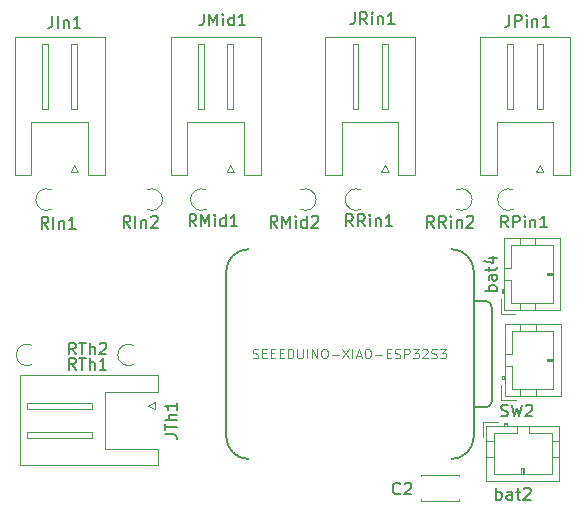
<source format=gbr>
%TF.GenerationSoftware,KiCad,Pcbnew,9.0.2*%
%TF.CreationDate,2025-08-29T09:25:12+10:00*%
%TF.ProjectId,fsr_right,6673725f-7269-4676-9874-2e6b69636164,rev?*%
%TF.SameCoordinates,Original*%
%TF.FileFunction,Legend,Top*%
%TF.FilePolarity,Positive*%
%FSLAX46Y46*%
G04 Gerber Fmt 4.6, Leading zero omitted, Abs format (unit mm)*
G04 Created by KiCad (PCBNEW 9.0.2) date 2025-08-29 09:25:12*
%MOMM*%
%LPD*%
G01*
G04 APERTURE LIST*
%ADD10C,0.150000*%
%ADD11C,0.101600*%
%ADD12C,0.120000*%
%ADD13C,0.127000*%
%ADD14C,0.100000*%
G04 APERTURE END LIST*
D10*
X155604762Y-61854819D02*
X155604762Y-62569104D01*
X155604762Y-62569104D02*
X155557143Y-62711961D01*
X155557143Y-62711961D02*
X155461905Y-62807200D01*
X155461905Y-62807200D02*
X155319048Y-62854819D01*
X155319048Y-62854819D02*
X155223810Y-62854819D01*
X156080953Y-62854819D02*
X156080953Y-61854819D01*
X156080953Y-61854819D02*
X156414286Y-62569104D01*
X156414286Y-62569104D02*
X156747619Y-61854819D01*
X156747619Y-61854819D02*
X156747619Y-62854819D01*
X157223810Y-62854819D02*
X157223810Y-62188152D01*
X157223810Y-61854819D02*
X157176191Y-61902438D01*
X157176191Y-61902438D02*
X157223810Y-61950057D01*
X157223810Y-61950057D02*
X157271429Y-61902438D01*
X157271429Y-61902438D02*
X157223810Y-61854819D01*
X157223810Y-61854819D02*
X157223810Y-61950057D01*
X158128571Y-62854819D02*
X158128571Y-61854819D01*
X158128571Y-62807200D02*
X158033333Y-62854819D01*
X158033333Y-62854819D02*
X157842857Y-62854819D01*
X157842857Y-62854819D02*
X157747619Y-62807200D01*
X157747619Y-62807200D02*
X157700000Y-62759580D01*
X157700000Y-62759580D02*
X157652381Y-62664342D01*
X157652381Y-62664342D02*
X157652381Y-62378628D01*
X157652381Y-62378628D02*
X157700000Y-62283390D01*
X157700000Y-62283390D02*
X157747619Y-62235771D01*
X157747619Y-62235771D02*
X157842857Y-62188152D01*
X157842857Y-62188152D02*
X158033333Y-62188152D01*
X158033333Y-62188152D02*
X158128571Y-62235771D01*
X159128571Y-62854819D02*
X158557143Y-62854819D01*
X158842857Y-62854819D02*
X158842857Y-61854819D01*
X158842857Y-61854819D02*
X158747619Y-61997676D01*
X158747619Y-61997676D02*
X158652381Y-62092914D01*
X158652381Y-62092914D02*
X158557143Y-62140533D01*
X168376190Y-61754819D02*
X168376190Y-62469104D01*
X168376190Y-62469104D02*
X168328571Y-62611961D01*
X168328571Y-62611961D02*
X168233333Y-62707200D01*
X168233333Y-62707200D02*
X168090476Y-62754819D01*
X168090476Y-62754819D02*
X167995238Y-62754819D01*
X169423809Y-62754819D02*
X169090476Y-62278628D01*
X168852381Y-62754819D02*
X168852381Y-61754819D01*
X168852381Y-61754819D02*
X169233333Y-61754819D01*
X169233333Y-61754819D02*
X169328571Y-61802438D01*
X169328571Y-61802438D02*
X169376190Y-61850057D01*
X169376190Y-61850057D02*
X169423809Y-61945295D01*
X169423809Y-61945295D02*
X169423809Y-62088152D01*
X169423809Y-62088152D02*
X169376190Y-62183390D01*
X169376190Y-62183390D02*
X169328571Y-62231009D01*
X169328571Y-62231009D02*
X169233333Y-62278628D01*
X169233333Y-62278628D02*
X168852381Y-62278628D01*
X169852381Y-62754819D02*
X169852381Y-62088152D01*
X169852381Y-61754819D02*
X169804762Y-61802438D01*
X169804762Y-61802438D02*
X169852381Y-61850057D01*
X169852381Y-61850057D02*
X169900000Y-61802438D01*
X169900000Y-61802438D02*
X169852381Y-61754819D01*
X169852381Y-61754819D02*
X169852381Y-61850057D01*
X170328571Y-62088152D02*
X170328571Y-62754819D01*
X170328571Y-62183390D02*
X170376190Y-62135771D01*
X170376190Y-62135771D02*
X170471428Y-62088152D01*
X170471428Y-62088152D02*
X170614285Y-62088152D01*
X170614285Y-62088152D02*
X170709523Y-62135771D01*
X170709523Y-62135771D02*
X170757142Y-62231009D01*
X170757142Y-62231009D02*
X170757142Y-62754819D01*
X171757142Y-62754819D02*
X171185714Y-62754819D01*
X171471428Y-62754819D02*
X171471428Y-61754819D01*
X171471428Y-61754819D02*
X171376190Y-61897676D01*
X171376190Y-61897676D02*
X171280952Y-61992914D01*
X171280952Y-61992914D02*
X171185714Y-62040533D01*
X161826428Y-79974819D02*
X161493095Y-79498628D01*
X161255000Y-79974819D02*
X161255000Y-78974819D01*
X161255000Y-78974819D02*
X161635952Y-78974819D01*
X161635952Y-78974819D02*
X161731190Y-79022438D01*
X161731190Y-79022438D02*
X161778809Y-79070057D01*
X161778809Y-79070057D02*
X161826428Y-79165295D01*
X161826428Y-79165295D02*
X161826428Y-79308152D01*
X161826428Y-79308152D02*
X161778809Y-79403390D01*
X161778809Y-79403390D02*
X161731190Y-79451009D01*
X161731190Y-79451009D02*
X161635952Y-79498628D01*
X161635952Y-79498628D02*
X161255000Y-79498628D01*
X162255000Y-79974819D02*
X162255000Y-78974819D01*
X162255000Y-78974819D02*
X162588333Y-79689104D01*
X162588333Y-79689104D02*
X162921666Y-78974819D01*
X162921666Y-78974819D02*
X162921666Y-79974819D01*
X163397857Y-79974819D02*
X163397857Y-79308152D01*
X163397857Y-78974819D02*
X163350238Y-79022438D01*
X163350238Y-79022438D02*
X163397857Y-79070057D01*
X163397857Y-79070057D02*
X163445476Y-79022438D01*
X163445476Y-79022438D02*
X163397857Y-78974819D01*
X163397857Y-78974819D02*
X163397857Y-79070057D01*
X164302618Y-79974819D02*
X164302618Y-78974819D01*
X164302618Y-79927200D02*
X164207380Y-79974819D01*
X164207380Y-79974819D02*
X164016904Y-79974819D01*
X164016904Y-79974819D02*
X163921666Y-79927200D01*
X163921666Y-79927200D02*
X163874047Y-79879580D01*
X163874047Y-79879580D02*
X163826428Y-79784342D01*
X163826428Y-79784342D02*
X163826428Y-79498628D01*
X163826428Y-79498628D02*
X163874047Y-79403390D01*
X163874047Y-79403390D02*
X163921666Y-79355771D01*
X163921666Y-79355771D02*
X164016904Y-79308152D01*
X164016904Y-79308152D02*
X164207380Y-79308152D01*
X164207380Y-79308152D02*
X164302618Y-79355771D01*
X164731190Y-79070057D02*
X164778809Y-79022438D01*
X164778809Y-79022438D02*
X164874047Y-78974819D01*
X164874047Y-78974819D02*
X165112142Y-78974819D01*
X165112142Y-78974819D02*
X165207380Y-79022438D01*
X165207380Y-79022438D02*
X165254999Y-79070057D01*
X165254999Y-79070057D02*
X165302618Y-79165295D01*
X165302618Y-79165295D02*
X165302618Y-79260533D01*
X165302618Y-79260533D02*
X165254999Y-79403390D01*
X165254999Y-79403390D02*
X164683571Y-79974819D01*
X164683571Y-79974819D02*
X165302618Y-79974819D01*
D11*
X159767618Y-91006716D02*
X159881904Y-91044811D01*
X159881904Y-91044811D02*
X160072380Y-91044811D01*
X160072380Y-91044811D02*
X160148571Y-91006716D01*
X160148571Y-91006716D02*
X160186666Y-90968620D01*
X160186666Y-90968620D02*
X160224761Y-90892430D01*
X160224761Y-90892430D02*
X160224761Y-90816239D01*
X160224761Y-90816239D02*
X160186666Y-90740049D01*
X160186666Y-90740049D02*
X160148571Y-90701954D01*
X160148571Y-90701954D02*
X160072380Y-90663858D01*
X160072380Y-90663858D02*
X159919999Y-90625763D01*
X159919999Y-90625763D02*
X159843809Y-90587668D01*
X159843809Y-90587668D02*
X159805714Y-90549573D01*
X159805714Y-90549573D02*
X159767618Y-90473382D01*
X159767618Y-90473382D02*
X159767618Y-90397192D01*
X159767618Y-90397192D02*
X159805714Y-90321001D01*
X159805714Y-90321001D02*
X159843809Y-90282906D01*
X159843809Y-90282906D02*
X159919999Y-90244811D01*
X159919999Y-90244811D02*
X160110476Y-90244811D01*
X160110476Y-90244811D02*
X160224761Y-90282906D01*
X160567619Y-90625763D02*
X160834285Y-90625763D01*
X160948571Y-91044811D02*
X160567619Y-91044811D01*
X160567619Y-91044811D02*
X160567619Y-90244811D01*
X160567619Y-90244811D02*
X160948571Y-90244811D01*
X161291429Y-90625763D02*
X161558095Y-90625763D01*
X161672381Y-91044811D02*
X161291429Y-91044811D01*
X161291429Y-91044811D02*
X161291429Y-90244811D01*
X161291429Y-90244811D02*
X161672381Y-90244811D01*
X162015239Y-90625763D02*
X162281905Y-90625763D01*
X162396191Y-91044811D02*
X162015239Y-91044811D01*
X162015239Y-91044811D02*
X162015239Y-90244811D01*
X162015239Y-90244811D02*
X162396191Y-90244811D01*
X162739049Y-91044811D02*
X162739049Y-90244811D01*
X162739049Y-90244811D02*
X162929525Y-90244811D01*
X162929525Y-90244811D02*
X163043811Y-90282906D01*
X163043811Y-90282906D02*
X163120001Y-90359096D01*
X163120001Y-90359096D02*
X163158096Y-90435287D01*
X163158096Y-90435287D02*
X163196192Y-90587668D01*
X163196192Y-90587668D02*
X163196192Y-90701954D01*
X163196192Y-90701954D02*
X163158096Y-90854335D01*
X163158096Y-90854335D02*
X163120001Y-90930525D01*
X163120001Y-90930525D02*
X163043811Y-91006716D01*
X163043811Y-91006716D02*
X162929525Y-91044811D01*
X162929525Y-91044811D02*
X162739049Y-91044811D01*
X163539049Y-90244811D02*
X163539049Y-90892430D01*
X163539049Y-90892430D02*
X163577144Y-90968620D01*
X163577144Y-90968620D02*
X163615239Y-91006716D01*
X163615239Y-91006716D02*
X163691430Y-91044811D01*
X163691430Y-91044811D02*
X163843811Y-91044811D01*
X163843811Y-91044811D02*
X163920001Y-91006716D01*
X163920001Y-91006716D02*
X163958096Y-90968620D01*
X163958096Y-90968620D02*
X163996192Y-90892430D01*
X163996192Y-90892430D02*
X163996192Y-90244811D01*
X164377144Y-91044811D02*
X164377144Y-90244811D01*
X164758096Y-91044811D02*
X164758096Y-90244811D01*
X164758096Y-90244811D02*
X165215239Y-91044811D01*
X165215239Y-91044811D02*
X165215239Y-90244811D01*
X165748572Y-90244811D02*
X165900953Y-90244811D01*
X165900953Y-90244811D02*
X165977143Y-90282906D01*
X165977143Y-90282906D02*
X166053334Y-90359096D01*
X166053334Y-90359096D02*
X166091429Y-90511477D01*
X166091429Y-90511477D02*
X166091429Y-90778144D01*
X166091429Y-90778144D02*
X166053334Y-90930525D01*
X166053334Y-90930525D02*
X165977143Y-91006716D01*
X165977143Y-91006716D02*
X165900953Y-91044811D01*
X165900953Y-91044811D02*
X165748572Y-91044811D01*
X165748572Y-91044811D02*
X165672381Y-91006716D01*
X165672381Y-91006716D02*
X165596191Y-90930525D01*
X165596191Y-90930525D02*
X165558095Y-90778144D01*
X165558095Y-90778144D02*
X165558095Y-90511477D01*
X165558095Y-90511477D02*
X165596191Y-90359096D01*
X165596191Y-90359096D02*
X165672381Y-90282906D01*
X165672381Y-90282906D02*
X165748572Y-90244811D01*
X166434286Y-90740049D02*
X167043810Y-90740049D01*
X167348571Y-90244811D02*
X167881905Y-91044811D01*
X167881905Y-90244811D02*
X167348571Y-91044811D01*
X168186667Y-91044811D02*
X168186667Y-90244811D01*
X168529523Y-90816239D02*
X168910476Y-90816239D01*
X168453333Y-91044811D02*
X168720000Y-90244811D01*
X168720000Y-90244811D02*
X168986666Y-91044811D01*
X169405714Y-90244811D02*
X169558095Y-90244811D01*
X169558095Y-90244811D02*
X169634285Y-90282906D01*
X169634285Y-90282906D02*
X169710476Y-90359096D01*
X169710476Y-90359096D02*
X169748571Y-90511477D01*
X169748571Y-90511477D02*
X169748571Y-90778144D01*
X169748571Y-90778144D02*
X169710476Y-90930525D01*
X169710476Y-90930525D02*
X169634285Y-91006716D01*
X169634285Y-91006716D02*
X169558095Y-91044811D01*
X169558095Y-91044811D02*
X169405714Y-91044811D01*
X169405714Y-91044811D02*
X169329523Y-91006716D01*
X169329523Y-91006716D02*
X169253333Y-90930525D01*
X169253333Y-90930525D02*
X169215237Y-90778144D01*
X169215237Y-90778144D02*
X169215237Y-90511477D01*
X169215237Y-90511477D02*
X169253333Y-90359096D01*
X169253333Y-90359096D02*
X169329523Y-90282906D01*
X169329523Y-90282906D02*
X169405714Y-90244811D01*
X170091428Y-90740049D02*
X170700952Y-90740049D01*
X171081904Y-90625763D02*
X171348570Y-90625763D01*
X171462856Y-91044811D02*
X171081904Y-91044811D01*
X171081904Y-91044811D02*
X171081904Y-90244811D01*
X171081904Y-90244811D02*
X171462856Y-90244811D01*
X171767618Y-91006716D02*
X171881904Y-91044811D01*
X171881904Y-91044811D02*
X172072380Y-91044811D01*
X172072380Y-91044811D02*
X172148571Y-91006716D01*
X172148571Y-91006716D02*
X172186666Y-90968620D01*
X172186666Y-90968620D02*
X172224761Y-90892430D01*
X172224761Y-90892430D02*
X172224761Y-90816239D01*
X172224761Y-90816239D02*
X172186666Y-90740049D01*
X172186666Y-90740049D02*
X172148571Y-90701954D01*
X172148571Y-90701954D02*
X172072380Y-90663858D01*
X172072380Y-90663858D02*
X171919999Y-90625763D01*
X171919999Y-90625763D02*
X171843809Y-90587668D01*
X171843809Y-90587668D02*
X171805714Y-90549573D01*
X171805714Y-90549573D02*
X171767618Y-90473382D01*
X171767618Y-90473382D02*
X171767618Y-90397192D01*
X171767618Y-90397192D02*
X171805714Y-90321001D01*
X171805714Y-90321001D02*
X171843809Y-90282906D01*
X171843809Y-90282906D02*
X171919999Y-90244811D01*
X171919999Y-90244811D02*
X172110476Y-90244811D01*
X172110476Y-90244811D02*
X172224761Y-90282906D01*
X172567619Y-91044811D02*
X172567619Y-90244811D01*
X172567619Y-90244811D02*
X172872381Y-90244811D01*
X172872381Y-90244811D02*
X172948571Y-90282906D01*
X172948571Y-90282906D02*
X172986666Y-90321001D01*
X172986666Y-90321001D02*
X173024762Y-90397192D01*
X173024762Y-90397192D02*
X173024762Y-90511477D01*
X173024762Y-90511477D02*
X172986666Y-90587668D01*
X172986666Y-90587668D02*
X172948571Y-90625763D01*
X172948571Y-90625763D02*
X172872381Y-90663858D01*
X172872381Y-90663858D02*
X172567619Y-90663858D01*
X173291428Y-90244811D02*
X173786666Y-90244811D01*
X173786666Y-90244811D02*
X173520000Y-90549573D01*
X173520000Y-90549573D02*
X173634285Y-90549573D01*
X173634285Y-90549573D02*
X173710476Y-90587668D01*
X173710476Y-90587668D02*
X173748571Y-90625763D01*
X173748571Y-90625763D02*
X173786666Y-90701954D01*
X173786666Y-90701954D02*
X173786666Y-90892430D01*
X173786666Y-90892430D02*
X173748571Y-90968620D01*
X173748571Y-90968620D02*
X173710476Y-91006716D01*
X173710476Y-91006716D02*
X173634285Y-91044811D01*
X173634285Y-91044811D02*
X173405714Y-91044811D01*
X173405714Y-91044811D02*
X173329523Y-91006716D01*
X173329523Y-91006716D02*
X173291428Y-90968620D01*
X174091428Y-90321001D02*
X174129524Y-90282906D01*
X174129524Y-90282906D02*
X174205714Y-90244811D01*
X174205714Y-90244811D02*
X174396190Y-90244811D01*
X174396190Y-90244811D02*
X174472381Y-90282906D01*
X174472381Y-90282906D02*
X174510476Y-90321001D01*
X174510476Y-90321001D02*
X174548571Y-90397192D01*
X174548571Y-90397192D02*
X174548571Y-90473382D01*
X174548571Y-90473382D02*
X174510476Y-90587668D01*
X174510476Y-90587668D02*
X174053333Y-91044811D01*
X174053333Y-91044811D02*
X174548571Y-91044811D01*
X174853333Y-91006716D02*
X174967619Y-91044811D01*
X174967619Y-91044811D02*
X175158095Y-91044811D01*
X175158095Y-91044811D02*
X175234286Y-91006716D01*
X175234286Y-91006716D02*
X175272381Y-90968620D01*
X175272381Y-90968620D02*
X175310476Y-90892430D01*
X175310476Y-90892430D02*
X175310476Y-90816239D01*
X175310476Y-90816239D02*
X175272381Y-90740049D01*
X175272381Y-90740049D02*
X175234286Y-90701954D01*
X175234286Y-90701954D02*
X175158095Y-90663858D01*
X175158095Y-90663858D02*
X175005714Y-90625763D01*
X175005714Y-90625763D02*
X174929524Y-90587668D01*
X174929524Y-90587668D02*
X174891429Y-90549573D01*
X174891429Y-90549573D02*
X174853333Y-90473382D01*
X174853333Y-90473382D02*
X174853333Y-90397192D01*
X174853333Y-90397192D02*
X174891429Y-90321001D01*
X174891429Y-90321001D02*
X174929524Y-90282906D01*
X174929524Y-90282906D02*
X175005714Y-90244811D01*
X175005714Y-90244811D02*
X175196191Y-90244811D01*
X175196191Y-90244811D02*
X175310476Y-90282906D01*
X175577143Y-90244811D02*
X176072381Y-90244811D01*
X176072381Y-90244811D02*
X175805715Y-90549573D01*
X175805715Y-90549573D02*
X175920000Y-90549573D01*
X175920000Y-90549573D02*
X175996191Y-90587668D01*
X175996191Y-90587668D02*
X176034286Y-90625763D01*
X176034286Y-90625763D02*
X176072381Y-90701954D01*
X176072381Y-90701954D02*
X176072381Y-90892430D01*
X176072381Y-90892430D02*
X176034286Y-90968620D01*
X176034286Y-90968620D02*
X175996191Y-91006716D01*
X175996191Y-91006716D02*
X175920000Y-91044811D01*
X175920000Y-91044811D02*
X175691429Y-91044811D01*
X175691429Y-91044811D02*
X175615238Y-91006716D01*
X175615238Y-91006716D02*
X175577143Y-90968620D01*
D10*
X175097857Y-79974819D02*
X174764524Y-79498628D01*
X174526429Y-79974819D02*
X174526429Y-78974819D01*
X174526429Y-78974819D02*
X174907381Y-78974819D01*
X174907381Y-78974819D02*
X175002619Y-79022438D01*
X175002619Y-79022438D02*
X175050238Y-79070057D01*
X175050238Y-79070057D02*
X175097857Y-79165295D01*
X175097857Y-79165295D02*
X175097857Y-79308152D01*
X175097857Y-79308152D02*
X175050238Y-79403390D01*
X175050238Y-79403390D02*
X175002619Y-79451009D01*
X175002619Y-79451009D02*
X174907381Y-79498628D01*
X174907381Y-79498628D02*
X174526429Y-79498628D01*
X176097857Y-79974819D02*
X175764524Y-79498628D01*
X175526429Y-79974819D02*
X175526429Y-78974819D01*
X175526429Y-78974819D02*
X175907381Y-78974819D01*
X175907381Y-78974819D02*
X176002619Y-79022438D01*
X176002619Y-79022438D02*
X176050238Y-79070057D01*
X176050238Y-79070057D02*
X176097857Y-79165295D01*
X176097857Y-79165295D02*
X176097857Y-79308152D01*
X176097857Y-79308152D02*
X176050238Y-79403390D01*
X176050238Y-79403390D02*
X176002619Y-79451009D01*
X176002619Y-79451009D02*
X175907381Y-79498628D01*
X175907381Y-79498628D02*
X175526429Y-79498628D01*
X176526429Y-79974819D02*
X176526429Y-79308152D01*
X176526429Y-78974819D02*
X176478810Y-79022438D01*
X176478810Y-79022438D02*
X176526429Y-79070057D01*
X176526429Y-79070057D02*
X176574048Y-79022438D01*
X176574048Y-79022438D02*
X176526429Y-78974819D01*
X176526429Y-78974819D02*
X176526429Y-79070057D01*
X177002619Y-79308152D02*
X177002619Y-79974819D01*
X177002619Y-79403390D02*
X177050238Y-79355771D01*
X177050238Y-79355771D02*
X177145476Y-79308152D01*
X177145476Y-79308152D02*
X177288333Y-79308152D01*
X177288333Y-79308152D02*
X177383571Y-79355771D01*
X177383571Y-79355771D02*
X177431190Y-79451009D01*
X177431190Y-79451009D02*
X177431190Y-79974819D01*
X177859762Y-79070057D02*
X177907381Y-79022438D01*
X177907381Y-79022438D02*
X178002619Y-78974819D01*
X178002619Y-78974819D02*
X178240714Y-78974819D01*
X178240714Y-78974819D02*
X178335952Y-79022438D01*
X178335952Y-79022438D02*
X178383571Y-79070057D01*
X178383571Y-79070057D02*
X178431190Y-79165295D01*
X178431190Y-79165295D02*
X178431190Y-79260533D01*
X178431190Y-79260533D02*
X178383571Y-79403390D01*
X178383571Y-79403390D02*
X177812143Y-79974819D01*
X177812143Y-79974819D02*
X178431190Y-79974819D01*
X180766667Y-95907200D02*
X180909524Y-95954819D01*
X180909524Y-95954819D02*
X181147619Y-95954819D01*
X181147619Y-95954819D02*
X181242857Y-95907200D01*
X181242857Y-95907200D02*
X181290476Y-95859580D01*
X181290476Y-95859580D02*
X181338095Y-95764342D01*
X181338095Y-95764342D02*
X181338095Y-95669104D01*
X181338095Y-95669104D02*
X181290476Y-95573866D01*
X181290476Y-95573866D02*
X181242857Y-95526247D01*
X181242857Y-95526247D02*
X181147619Y-95478628D01*
X181147619Y-95478628D02*
X180957143Y-95431009D01*
X180957143Y-95431009D02*
X180861905Y-95383390D01*
X180861905Y-95383390D02*
X180814286Y-95335771D01*
X180814286Y-95335771D02*
X180766667Y-95240533D01*
X180766667Y-95240533D02*
X180766667Y-95145295D01*
X180766667Y-95145295D02*
X180814286Y-95050057D01*
X180814286Y-95050057D02*
X180861905Y-95002438D01*
X180861905Y-95002438D02*
X180957143Y-94954819D01*
X180957143Y-94954819D02*
X181195238Y-94954819D01*
X181195238Y-94954819D02*
X181338095Y-95002438D01*
X181671429Y-94954819D02*
X181909524Y-95954819D01*
X181909524Y-95954819D02*
X182100000Y-95240533D01*
X182100000Y-95240533D02*
X182290476Y-95954819D01*
X182290476Y-95954819D02*
X182528572Y-94954819D01*
X182861905Y-95050057D02*
X182909524Y-95002438D01*
X182909524Y-95002438D02*
X183004762Y-94954819D01*
X183004762Y-94954819D02*
X183242857Y-94954819D01*
X183242857Y-94954819D02*
X183338095Y-95002438D01*
X183338095Y-95002438D02*
X183385714Y-95050057D01*
X183385714Y-95050057D02*
X183433333Y-95145295D01*
X183433333Y-95145295D02*
X183433333Y-95240533D01*
X183433333Y-95240533D02*
X183385714Y-95383390D01*
X183385714Y-95383390D02*
X182814286Y-95954819D01*
X182814286Y-95954819D02*
X183433333Y-95954819D01*
X154971428Y-79854819D02*
X154638095Y-79378628D01*
X154400000Y-79854819D02*
X154400000Y-78854819D01*
X154400000Y-78854819D02*
X154780952Y-78854819D01*
X154780952Y-78854819D02*
X154876190Y-78902438D01*
X154876190Y-78902438D02*
X154923809Y-78950057D01*
X154923809Y-78950057D02*
X154971428Y-79045295D01*
X154971428Y-79045295D02*
X154971428Y-79188152D01*
X154971428Y-79188152D02*
X154923809Y-79283390D01*
X154923809Y-79283390D02*
X154876190Y-79331009D01*
X154876190Y-79331009D02*
X154780952Y-79378628D01*
X154780952Y-79378628D02*
X154400000Y-79378628D01*
X155400000Y-79854819D02*
X155400000Y-78854819D01*
X155400000Y-78854819D02*
X155733333Y-79569104D01*
X155733333Y-79569104D02*
X156066666Y-78854819D01*
X156066666Y-78854819D02*
X156066666Y-79854819D01*
X156542857Y-79854819D02*
X156542857Y-79188152D01*
X156542857Y-78854819D02*
X156495238Y-78902438D01*
X156495238Y-78902438D02*
X156542857Y-78950057D01*
X156542857Y-78950057D02*
X156590476Y-78902438D01*
X156590476Y-78902438D02*
X156542857Y-78854819D01*
X156542857Y-78854819D02*
X156542857Y-78950057D01*
X157447618Y-79854819D02*
X157447618Y-78854819D01*
X157447618Y-79807200D02*
X157352380Y-79854819D01*
X157352380Y-79854819D02*
X157161904Y-79854819D01*
X157161904Y-79854819D02*
X157066666Y-79807200D01*
X157066666Y-79807200D02*
X157019047Y-79759580D01*
X157019047Y-79759580D02*
X156971428Y-79664342D01*
X156971428Y-79664342D02*
X156971428Y-79378628D01*
X156971428Y-79378628D02*
X157019047Y-79283390D01*
X157019047Y-79283390D02*
X157066666Y-79235771D01*
X157066666Y-79235771D02*
X157161904Y-79188152D01*
X157161904Y-79188152D02*
X157352380Y-79188152D01*
X157352380Y-79188152D02*
X157447618Y-79235771D01*
X158447618Y-79854819D02*
X157876190Y-79854819D01*
X158161904Y-79854819D02*
X158161904Y-78854819D01*
X158161904Y-78854819D02*
X158066666Y-78997676D01*
X158066666Y-78997676D02*
X157971428Y-79092914D01*
X157971428Y-79092914D02*
X157876190Y-79140533D01*
X180371428Y-103004819D02*
X180371428Y-102004819D01*
X180371428Y-102385771D02*
X180466666Y-102338152D01*
X180466666Y-102338152D02*
X180657142Y-102338152D01*
X180657142Y-102338152D02*
X180752380Y-102385771D01*
X180752380Y-102385771D02*
X180799999Y-102433390D01*
X180799999Y-102433390D02*
X180847618Y-102528628D01*
X180847618Y-102528628D02*
X180847618Y-102814342D01*
X180847618Y-102814342D02*
X180799999Y-102909580D01*
X180799999Y-102909580D02*
X180752380Y-102957200D01*
X180752380Y-102957200D02*
X180657142Y-103004819D01*
X180657142Y-103004819D02*
X180466666Y-103004819D01*
X180466666Y-103004819D02*
X180371428Y-102957200D01*
X181704761Y-103004819D02*
X181704761Y-102481009D01*
X181704761Y-102481009D02*
X181657142Y-102385771D01*
X181657142Y-102385771D02*
X181561904Y-102338152D01*
X181561904Y-102338152D02*
X181371428Y-102338152D01*
X181371428Y-102338152D02*
X181276190Y-102385771D01*
X181704761Y-102957200D02*
X181609523Y-103004819D01*
X181609523Y-103004819D02*
X181371428Y-103004819D01*
X181371428Y-103004819D02*
X181276190Y-102957200D01*
X181276190Y-102957200D02*
X181228571Y-102861961D01*
X181228571Y-102861961D02*
X181228571Y-102766723D01*
X181228571Y-102766723D02*
X181276190Y-102671485D01*
X181276190Y-102671485D02*
X181371428Y-102623866D01*
X181371428Y-102623866D02*
X181609523Y-102623866D01*
X181609523Y-102623866D02*
X181704761Y-102576247D01*
X182038095Y-102338152D02*
X182419047Y-102338152D01*
X182180952Y-102004819D02*
X182180952Y-102861961D01*
X182180952Y-102861961D02*
X182228571Y-102957200D01*
X182228571Y-102957200D02*
X182323809Y-103004819D01*
X182323809Y-103004819D02*
X182419047Y-103004819D01*
X182704762Y-102100057D02*
X182752381Y-102052438D01*
X182752381Y-102052438D02*
X182847619Y-102004819D01*
X182847619Y-102004819D02*
X183085714Y-102004819D01*
X183085714Y-102004819D02*
X183180952Y-102052438D01*
X183180952Y-102052438D02*
X183228571Y-102100057D01*
X183228571Y-102100057D02*
X183276190Y-102195295D01*
X183276190Y-102195295D02*
X183276190Y-102290533D01*
X183276190Y-102290533D02*
X183228571Y-102433390D01*
X183228571Y-102433390D02*
X182657143Y-103004819D01*
X182657143Y-103004819D02*
X183276190Y-103004819D01*
X152309819Y-97466666D02*
X153024104Y-97466666D01*
X153024104Y-97466666D02*
X153166961Y-97514285D01*
X153166961Y-97514285D02*
X153262200Y-97609523D01*
X153262200Y-97609523D02*
X153309819Y-97752380D01*
X153309819Y-97752380D02*
X153309819Y-97847618D01*
X152309819Y-97133332D02*
X152309819Y-96561904D01*
X153309819Y-96847618D02*
X152309819Y-96847618D01*
X153309819Y-96228570D02*
X152309819Y-96228570D01*
X153309819Y-95799999D02*
X152786009Y-95799999D01*
X152786009Y-95799999D02*
X152690771Y-95847618D01*
X152690771Y-95847618D02*
X152643152Y-95942856D01*
X152643152Y-95942856D02*
X152643152Y-96085713D01*
X152643152Y-96085713D02*
X152690771Y-96180951D01*
X152690771Y-96180951D02*
X152738390Y-96228570D01*
X153309819Y-94799999D02*
X153309819Y-95371427D01*
X153309819Y-95085713D02*
X152309819Y-95085713D01*
X152309819Y-95085713D02*
X152452676Y-95180951D01*
X152452676Y-95180951D02*
X152547914Y-95276189D01*
X152547914Y-95276189D02*
X152595533Y-95371427D01*
X172233333Y-102459580D02*
X172185714Y-102507200D01*
X172185714Y-102507200D02*
X172042857Y-102554819D01*
X172042857Y-102554819D02*
X171947619Y-102554819D01*
X171947619Y-102554819D02*
X171804762Y-102507200D01*
X171804762Y-102507200D02*
X171709524Y-102411961D01*
X171709524Y-102411961D02*
X171661905Y-102316723D01*
X171661905Y-102316723D02*
X171614286Y-102126247D01*
X171614286Y-102126247D02*
X171614286Y-101983390D01*
X171614286Y-101983390D02*
X171661905Y-101792914D01*
X171661905Y-101792914D02*
X171709524Y-101697676D01*
X171709524Y-101697676D02*
X171804762Y-101602438D01*
X171804762Y-101602438D02*
X171947619Y-101554819D01*
X171947619Y-101554819D02*
X172042857Y-101554819D01*
X172042857Y-101554819D02*
X172185714Y-101602438D01*
X172185714Y-101602438D02*
X172233333Y-101650057D01*
X172614286Y-101650057D02*
X172661905Y-101602438D01*
X172661905Y-101602438D02*
X172757143Y-101554819D01*
X172757143Y-101554819D02*
X172995238Y-101554819D01*
X172995238Y-101554819D02*
X173090476Y-101602438D01*
X173090476Y-101602438D02*
X173138095Y-101650057D01*
X173138095Y-101650057D02*
X173185714Y-101745295D01*
X173185714Y-101745295D02*
X173185714Y-101840533D01*
X173185714Y-101840533D02*
X173138095Y-101983390D01*
X173138095Y-101983390D02*
X172566667Y-102554819D01*
X172566667Y-102554819D02*
X173185714Y-102554819D01*
X180404819Y-85328571D02*
X179404819Y-85328571D01*
X179785771Y-85328571D02*
X179738152Y-85233333D01*
X179738152Y-85233333D02*
X179738152Y-85042857D01*
X179738152Y-85042857D02*
X179785771Y-84947619D01*
X179785771Y-84947619D02*
X179833390Y-84900000D01*
X179833390Y-84900000D02*
X179928628Y-84852381D01*
X179928628Y-84852381D02*
X180214342Y-84852381D01*
X180214342Y-84852381D02*
X180309580Y-84900000D01*
X180309580Y-84900000D02*
X180357200Y-84947619D01*
X180357200Y-84947619D02*
X180404819Y-85042857D01*
X180404819Y-85042857D02*
X180404819Y-85233333D01*
X180404819Y-85233333D02*
X180357200Y-85328571D01*
X180404819Y-83995238D02*
X179881009Y-83995238D01*
X179881009Y-83995238D02*
X179785771Y-84042857D01*
X179785771Y-84042857D02*
X179738152Y-84138095D01*
X179738152Y-84138095D02*
X179738152Y-84328571D01*
X179738152Y-84328571D02*
X179785771Y-84423809D01*
X180357200Y-83995238D02*
X180404819Y-84090476D01*
X180404819Y-84090476D02*
X180404819Y-84328571D01*
X180404819Y-84328571D02*
X180357200Y-84423809D01*
X180357200Y-84423809D02*
X180261961Y-84471428D01*
X180261961Y-84471428D02*
X180166723Y-84471428D01*
X180166723Y-84471428D02*
X180071485Y-84423809D01*
X180071485Y-84423809D02*
X180023866Y-84328571D01*
X180023866Y-84328571D02*
X180023866Y-84090476D01*
X180023866Y-84090476D02*
X179976247Y-83995238D01*
X179738152Y-83661904D02*
X179738152Y-83280952D01*
X179404819Y-83519047D02*
X180261961Y-83519047D01*
X180261961Y-83519047D02*
X180357200Y-83471428D01*
X180357200Y-83471428D02*
X180404819Y-83376190D01*
X180404819Y-83376190D02*
X180404819Y-83280952D01*
X179738152Y-82519047D02*
X180404819Y-82519047D01*
X179357200Y-82757142D02*
X180071485Y-82995237D01*
X180071485Y-82995237D02*
X180071485Y-82376190D01*
X168242857Y-79854819D02*
X167909524Y-79378628D01*
X167671429Y-79854819D02*
X167671429Y-78854819D01*
X167671429Y-78854819D02*
X168052381Y-78854819D01*
X168052381Y-78854819D02*
X168147619Y-78902438D01*
X168147619Y-78902438D02*
X168195238Y-78950057D01*
X168195238Y-78950057D02*
X168242857Y-79045295D01*
X168242857Y-79045295D02*
X168242857Y-79188152D01*
X168242857Y-79188152D02*
X168195238Y-79283390D01*
X168195238Y-79283390D02*
X168147619Y-79331009D01*
X168147619Y-79331009D02*
X168052381Y-79378628D01*
X168052381Y-79378628D02*
X167671429Y-79378628D01*
X169242857Y-79854819D02*
X168909524Y-79378628D01*
X168671429Y-79854819D02*
X168671429Y-78854819D01*
X168671429Y-78854819D02*
X169052381Y-78854819D01*
X169052381Y-78854819D02*
X169147619Y-78902438D01*
X169147619Y-78902438D02*
X169195238Y-78950057D01*
X169195238Y-78950057D02*
X169242857Y-79045295D01*
X169242857Y-79045295D02*
X169242857Y-79188152D01*
X169242857Y-79188152D02*
X169195238Y-79283390D01*
X169195238Y-79283390D02*
X169147619Y-79331009D01*
X169147619Y-79331009D02*
X169052381Y-79378628D01*
X169052381Y-79378628D02*
X168671429Y-79378628D01*
X169671429Y-79854819D02*
X169671429Y-79188152D01*
X169671429Y-78854819D02*
X169623810Y-78902438D01*
X169623810Y-78902438D02*
X169671429Y-78950057D01*
X169671429Y-78950057D02*
X169719048Y-78902438D01*
X169719048Y-78902438D02*
X169671429Y-78854819D01*
X169671429Y-78854819D02*
X169671429Y-78950057D01*
X170147619Y-79188152D02*
X170147619Y-79854819D01*
X170147619Y-79283390D02*
X170195238Y-79235771D01*
X170195238Y-79235771D02*
X170290476Y-79188152D01*
X170290476Y-79188152D02*
X170433333Y-79188152D01*
X170433333Y-79188152D02*
X170528571Y-79235771D01*
X170528571Y-79235771D02*
X170576190Y-79331009D01*
X170576190Y-79331009D02*
X170576190Y-79854819D01*
X171576190Y-79854819D02*
X171004762Y-79854819D01*
X171290476Y-79854819D02*
X171290476Y-78854819D01*
X171290476Y-78854819D02*
X171195238Y-78997676D01*
X171195238Y-78997676D02*
X171100000Y-79092914D01*
X171100000Y-79092914D02*
X171004762Y-79140533D01*
X181342857Y-79954819D02*
X181009524Y-79478628D01*
X180771429Y-79954819D02*
X180771429Y-78954819D01*
X180771429Y-78954819D02*
X181152381Y-78954819D01*
X181152381Y-78954819D02*
X181247619Y-79002438D01*
X181247619Y-79002438D02*
X181295238Y-79050057D01*
X181295238Y-79050057D02*
X181342857Y-79145295D01*
X181342857Y-79145295D02*
X181342857Y-79288152D01*
X181342857Y-79288152D02*
X181295238Y-79383390D01*
X181295238Y-79383390D02*
X181247619Y-79431009D01*
X181247619Y-79431009D02*
X181152381Y-79478628D01*
X181152381Y-79478628D02*
X180771429Y-79478628D01*
X181771429Y-79954819D02*
X181771429Y-78954819D01*
X181771429Y-78954819D02*
X182152381Y-78954819D01*
X182152381Y-78954819D02*
X182247619Y-79002438D01*
X182247619Y-79002438D02*
X182295238Y-79050057D01*
X182295238Y-79050057D02*
X182342857Y-79145295D01*
X182342857Y-79145295D02*
X182342857Y-79288152D01*
X182342857Y-79288152D02*
X182295238Y-79383390D01*
X182295238Y-79383390D02*
X182247619Y-79431009D01*
X182247619Y-79431009D02*
X182152381Y-79478628D01*
X182152381Y-79478628D02*
X181771429Y-79478628D01*
X182771429Y-79954819D02*
X182771429Y-79288152D01*
X182771429Y-78954819D02*
X182723810Y-79002438D01*
X182723810Y-79002438D02*
X182771429Y-79050057D01*
X182771429Y-79050057D02*
X182819048Y-79002438D01*
X182819048Y-79002438D02*
X182771429Y-78954819D01*
X182771429Y-78954819D02*
X182771429Y-79050057D01*
X183247619Y-79288152D02*
X183247619Y-79954819D01*
X183247619Y-79383390D02*
X183295238Y-79335771D01*
X183295238Y-79335771D02*
X183390476Y-79288152D01*
X183390476Y-79288152D02*
X183533333Y-79288152D01*
X183533333Y-79288152D02*
X183628571Y-79335771D01*
X183628571Y-79335771D02*
X183676190Y-79431009D01*
X183676190Y-79431009D02*
X183676190Y-79954819D01*
X184676190Y-79954819D02*
X184104762Y-79954819D01*
X184390476Y-79954819D02*
X184390476Y-78954819D01*
X184390476Y-78954819D02*
X184295238Y-79097676D01*
X184295238Y-79097676D02*
X184200000Y-79192914D01*
X184200000Y-79192914D02*
X184104762Y-79240533D01*
X142776190Y-62054819D02*
X142776190Y-62769104D01*
X142776190Y-62769104D02*
X142728571Y-62911961D01*
X142728571Y-62911961D02*
X142633333Y-63007200D01*
X142633333Y-63007200D02*
X142490476Y-63054819D01*
X142490476Y-63054819D02*
X142395238Y-63054819D01*
X143252381Y-63054819D02*
X143252381Y-62054819D01*
X143728571Y-62388152D02*
X143728571Y-63054819D01*
X143728571Y-62483390D02*
X143776190Y-62435771D01*
X143776190Y-62435771D02*
X143871428Y-62388152D01*
X143871428Y-62388152D02*
X144014285Y-62388152D01*
X144014285Y-62388152D02*
X144109523Y-62435771D01*
X144109523Y-62435771D02*
X144157142Y-62531009D01*
X144157142Y-62531009D02*
X144157142Y-63054819D01*
X145157142Y-63054819D02*
X144585714Y-63054819D01*
X144871428Y-63054819D02*
X144871428Y-62054819D01*
X144871428Y-62054819D02*
X144776190Y-62197676D01*
X144776190Y-62197676D02*
X144680952Y-62292914D01*
X144680952Y-62292914D02*
X144585714Y-62340533D01*
X144744999Y-92004819D02*
X144411666Y-91528628D01*
X144173571Y-92004819D02*
X144173571Y-91004819D01*
X144173571Y-91004819D02*
X144554523Y-91004819D01*
X144554523Y-91004819D02*
X144649761Y-91052438D01*
X144649761Y-91052438D02*
X144697380Y-91100057D01*
X144697380Y-91100057D02*
X144744999Y-91195295D01*
X144744999Y-91195295D02*
X144744999Y-91338152D01*
X144744999Y-91338152D02*
X144697380Y-91433390D01*
X144697380Y-91433390D02*
X144649761Y-91481009D01*
X144649761Y-91481009D02*
X144554523Y-91528628D01*
X144554523Y-91528628D02*
X144173571Y-91528628D01*
X145030714Y-91004819D02*
X145602142Y-91004819D01*
X145316428Y-92004819D02*
X145316428Y-91004819D01*
X145935476Y-92004819D02*
X145935476Y-91004819D01*
X146364047Y-92004819D02*
X146364047Y-91481009D01*
X146364047Y-91481009D02*
X146316428Y-91385771D01*
X146316428Y-91385771D02*
X146221190Y-91338152D01*
X146221190Y-91338152D02*
X146078333Y-91338152D01*
X146078333Y-91338152D02*
X145983095Y-91385771D01*
X145983095Y-91385771D02*
X145935476Y-91433390D01*
X147364047Y-92004819D02*
X146792619Y-92004819D01*
X147078333Y-92004819D02*
X147078333Y-91004819D01*
X147078333Y-91004819D02*
X146983095Y-91147676D01*
X146983095Y-91147676D02*
X146887857Y-91242914D01*
X146887857Y-91242914D02*
X146792619Y-91290533D01*
X144744999Y-90704819D02*
X144411666Y-90228628D01*
X144173571Y-90704819D02*
X144173571Y-89704819D01*
X144173571Y-89704819D02*
X144554523Y-89704819D01*
X144554523Y-89704819D02*
X144649761Y-89752438D01*
X144649761Y-89752438D02*
X144697380Y-89800057D01*
X144697380Y-89800057D02*
X144744999Y-89895295D01*
X144744999Y-89895295D02*
X144744999Y-90038152D01*
X144744999Y-90038152D02*
X144697380Y-90133390D01*
X144697380Y-90133390D02*
X144649761Y-90181009D01*
X144649761Y-90181009D02*
X144554523Y-90228628D01*
X144554523Y-90228628D02*
X144173571Y-90228628D01*
X145030714Y-89704819D02*
X145602142Y-89704819D01*
X145316428Y-90704819D02*
X145316428Y-89704819D01*
X145935476Y-90704819D02*
X145935476Y-89704819D01*
X146364047Y-90704819D02*
X146364047Y-90181009D01*
X146364047Y-90181009D02*
X146316428Y-90085771D01*
X146316428Y-90085771D02*
X146221190Y-90038152D01*
X146221190Y-90038152D02*
X146078333Y-90038152D01*
X146078333Y-90038152D02*
X145983095Y-90085771D01*
X145983095Y-90085771D02*
X145935476Y-90133390D01*
X146792619Y-89800057D02*
X146840238Y-89752438D01*
X146840238Y-89752438D02*
X146935476Y-89704819D01*
X146935476Y-89704819D02*
X147173571Y-89704819D01*
X147173571Y-89704819D02*
X147268809Y-89752438D01*
X147268809Y-89752438D02*
X147316428Y-89800057D01*
X147316428Y-89800057D02*
X147364047Y-89895295D01*
X147364047Y-89895295D02*
X147364047Y-89990533D01*
X147364047Y-89990533D02*
X147316428Y-90133390D01*
X147316428Y-90133390D02*
X146745000Y-90704819D01*
X146745000Y-90704819D02*
X147364047Y-90704819D01*
X149392857Y-79974819D02*
X149059524Y-79498628D01*
X148821429Y-79974819D02*
X148821429Y-78974819D01*
X148821429Y-78974819D02*
X149202381Y-78974819D01*
X149202381Y-78974819D02*
X149297619Y-79022438D01*
X149297619Y-79022438D02*
X149345238Y-79070057D01*
X149345238Y-79070057D02*
X149392857Y-79165295D01*
X149392857Y-79165295D02*
X149392857Y-79308152D01*
X149392857Y-79308152D02*
X149345238Y-79403390D01*
X149345238Y-79403390D02*
X149297619Y-79451009D01*
X149297619Y-79451009D02*
X149202381Y-79498628D01*
X149202381Y-79498628D02*
X148821429Y-79498628D01*
X149821429Y-79974819D02*
X149821429Y-78974819D01*
X150297619Y-79308152D02*
X150297619Y-79974819D01*
X150297619Y-79403390D02*
X150345238Y-79355771D01*
X150345238Y-79355771D02*
X150440476Y-79308152D01*
X150440476Y-79308152D02*
X150583333Y-79308152D01*
X150583333Y-79308152D02*
X150678571Y-79355771D01*
X150678571Y-79355771D02*
X150726190Y-79451009D01*
X150726190Y-79451009D02*
X150726190Y-79974819D01*
X151154762Y-79070057D02*
X151202381Y-79022438D01*
X151202381Y-79022438D02*
X151297619Y-78974819D01*
X151297619Y-78974819D02*
X151535714Y-78974819D01*
X151535714Y-78974819D02*
X151630952Y-79022438D01*
X151630952Y-79022438D02*
X151678571Y-79070057D01*
X151678571Y-79070057D02*
X151726190Y-79165295D01*
X151726190Y-79165295D02*
X151726190Y-79260533D01*
X151726190Y-79260533D02*
X151678571Y-79403390D01*
X151678571Y-79403390D02*
X151107143Y-79974819D01*
X151107143Y-79974819D02*
X151726190Y-79974819D01*
X142437857Y-80054819D02*
X142104524Y-79578628D01*
X141866429Y-80054819D02*
X141866429Y-79054819D01*
X141866429Y-79054819D02*
X142247381Y-79054819D01*
X142247381Y-79054819D02*
X142342619Y-79102438D01*
X142342619Y-79102438D02*
X142390238Y-79150057D01*
X142390238Y-79150057D02*
X142437857Y-79245295D01*
X142437857Y-79245295D02*
X142437857Y-79388152D01*
X142437857Y-79388152D02*
X142390238Y-79483390D01*
X142390238Y-79483390D02*
X142342619Y-79531009D01*
X142342619Y-79531009D02*
X142247381Y-79578628D01*
X142247381Y-79578628D02*
X141866429Y-79578628D01*
X142866429Y-80054819D02*
X142866429Y-79054819D01*
X143342619Y-79388152D02*
X143342619Y-80054819D01*
X143342619Y-79483390D02*
X143390238Y-79435771D01*
X143390238Y-79435771D02*
X143485476Y-79388152D01*
X143485476Y-79388152D02*
X143628333Y-79388152D01*
X143628333Y-79388152D02*
X143723571Y-79435771D01*
X143723571Y-79435771D02*
X143771190Y-79531009D01*
X143771190Y-79531009D02*
X143771190Y-80054819D01*
X144771190Y-80054819D02*
X144199762Y-80054819D01*
X144485476Y-80054819D02*
X144485476Y-79054819D01*
X144485476Y-79054819D02*
X144390238Y-79197676D01*
X144390238Y-79197676D02*
X144295000Y-79292914D01*
X144295000Y-79292914D02*
X144199762Y-79340533D01*
X181476190Y-61954819D02*
X181476190Y-62669104D01*
X181476190Y-62669104D02*
X181428571Y-62811961D01*
X181428571Y-62811961D02*
X181333333Y-62907200D01*
X181333333Y-62907200D02*
X181190476Y-62954819D01*
X181190476Y-62954819D02*
X181095238Y-62954819D01*
X181952381Y-62954819D02*
X181952381Y-61954819D01*
X181952381Y-61954819D02*
X182333333Y-61954819D01*
X182333333Y-61954819D02*
X182428571Y-62002438D01*
X182428571Y-62002438D02*
X182476190Y-62050057D01*
X182476190Y-62050057D02*
X182523809Y-62145295D01*
X182523809Y-62145295D02*
X182523809Y-62288152D01*
X182523809Y-62288152D02*
X182476190Y-62383390D01*
X182476190Y-62383390D02*
X182428571Y-62431009D01*
X182428571Y-62431009D02*
X182333333Y-62478628D01*
X182333333Y-62478628D02*
X181952381Y-62478628D01*
X182952381Y-62954819D02*
X182952381Y-62288152D01*
X182952381Y-61954819D02*
X182904762Y-62002438D01*
X182904762Y-62002438D02*
X182952381Y-62050057D01*
X182952381Y-62050057D02*
X183000000Y-62002438D01*
X183000000Y-62002438D02*
X182952381Y-61954819D01*
X182952381Y-61954819D02*
X182952381Y-62050057D01*
X183428571Y-62288152D02*
X183428571Y-62954819D01*
X183428571Y-62383390D02*
X183476190Y-62335771D01*
X183476190Y-62335771D02*
X183571428Y-62288152D01*
X183571428Y-62288152D02*
X183714285Y-62288152D01*
X183714285Y-62288152D02*
X183809523Y-62335771D01*
X183809523Y-62335771D02*
X183857142Y-62431009D01*
X183857142Y-62431009D02*
X183857142Y-62954819D01*
X184857142Y-62954819D02*
X184285714Y-62954819D01*
X184571428Y-62954819D02*
X184571428Y-61954819D01*
X184571428Y-61954819D02*
X184476190Y-62097676D01*
X184476190Y-62097676D02*
X184380952Y-62192914D01*
X184380952Y-62192914D02*
X184285714Y-62240533D01*
D12*
%TO.C,JMid1*%
X152790000Y-63835000D02*
X152790000Y-75555000D01*
X152790000Y-75555000D02*
X154210000Y-75555000D01*
X154210000Y-71055000D02*
X156600000Y-71055000D01*
X154210000Y-75555000D02*
X154210000Y-71055000D01*
X155100000Y-64445000D02*
X155100000Y-69945000D01*
X155100000Y-69945000D02*
X155600000Y-69945000D01*
X155600000Y-64445000D02*
X155100000Y-64445000D01*
X155600000Y-69945000D02*
X155600000Y-64445000D01*
X156600000Y-63835000D02*
X152790000Y-63835000D01*
X156600000Y-63835000D02*
X160410000Y-63835000D01*
X157550000Y-75245000D02*
X157850000Y-74645000D01*
X157600000Y-64445000D02*
X157600000Y-69945000D01*
X157600000Y-69945000D02*
X158100000Y-69945000D01*
X157850000Y-74645000D02*
X158150000Y-75245000D01*
X158100000Y-64445000D02*
X157600000Y-64445000D01*
X158100000Y-69945000D02*
X158100000Y-64445000D01*
X158150000Y-75245000D02*
X157550000Y-75245000D01*
X158990000Y-71055000D02*
X156600000Y-71055000D01*
X158990000Y-75555000D02*
X158990000Y-71055000D01*
X160410000Y-63835000D02*
X160410000Y-75555000D01*
X160410000Y-75555000D02*
X158990000Y-75555000D01*
%TO.C,JRin1*%
X165890000Y-63835000D02*
X165890000Y-75555000D01*
X165890000Y-75555000D02*
X167310000Y-75555000D01*
X167310000Y-71055000D02*
X169700000Y-71055000D01*
X167310000Y-75555000D02*
X167310000Y-71055000D01*
X168200000Y-64445000D02*
X168200000Y-69945000D01*
X168200000Y-69945000D02*
X168700000Y-69945000D01*
X168700000Y-64445000D02*
X168200000Y-64445000D01*
X168700000Y-69945000D02*
X168700000Y-64445000D01*
X169700000Y-63835000D02*
X165890000Y-63835000D01*
X169700000Y-63835000D02*
X173510000Y-63835000D01*
X170650000Y-75245000D02*
X170950000Y-74645000D01*
X170700000Y-64445000D02*
X170700000Y-69945000D01*
X170700000Y-69945000D02*
X171200000Y-69945000D01*
X170950000Y-74645000D02*
X171250000Y-75245000D01*
X171200000Y-64445000D02*
X170700000Y-64445000D01*
X171200000Y-69945000D02*
X171200000Y-64445000D01*
X171250000Y-75245000D02*
X170650000Y-75245000D01*
X172090000Y-71055000D02*
X169700000Y-71055000D01*
X172090000Y-75555000D02*
X172090000Y-71055000D01*
X173510000Y-63835000D02*
X173510000Y-75555000D01*
X173510000Y-75555000D02*
X172090000Y-75555000D01*
%TO.C,RMid2*%
X163787867Y-76780000D02*
G75*
G02*
X163787867Y-78420000I417133J-820000D01*
G01*
D13*
%TO.C,U1*%
X157506000Y-83695000D02*
X157506000Y-97665000D01*
X178461000Y-86185000D02*
X179471272Y-86188728D01*
D14*
X178461000Y-97665000D02*
X178461000Y-83695000D01*
D13*
X178461000Y-97665000D02*
X178461000Y-83695000D01*
X179471000Y-95184000D02*
X178461000Y-95184000D01*
X179971000Y-86688728D02*
X179971000Y-94684000D01*
X157506000Y-83695000D02*
G75*
G02*
X159411000Y-81790000I1905001J-1D01*
G01*
X159411000Y-99570000D02*
G75*
G02*
X157506000Y-97665000I0J1905000D01*
G01*
X176556000Y-81790000D02*
G75*
G02*
X178461000Y-83695000I-1J-1905001D01*
G01*
X178461000Y-97665000D02*
G75*
G02*
X176556000Y-99570000I-1905000J0D01*
G01*
X179471272Y-86188728D02*
G75*
G02*
X179970999Y-86688728I-291J-500018D01*
G01*
X179971000Y-94684000D02*
G75*
G02*
X179471000Y-95184000I-500000J0D01*
G01*
D12*
%TO.C,RRin2*%
X176987867Y-76780000D02*
G75*
G02*
X176987867Y-78420000I417133J-820000D01*
G01*
%TO.C,SW2*%
X180790000Y-93310000D02*
X180790000Y-94560000D01*
X180790000Y-94560000D02*
X182040000Y-94560000D01*
X180890000Y-92500000D02*
X180890000Y-92800000D01*
X180890000Y-92800000D02*
X181090000Y-92800000D01*
X180990000Y-92500000D02*
X180990000Y-92800000D01*
X181090000Y-88140000D02*
X181090000Y-94260000D01*
X181090000Y-91700000D02*
X181700000Y-91700000D01*
X181090000Y-92500000D02*
X180890000Y-92500000D01*
X181090000Y-94260000D02*
X185810000Y-94260000D01*
X181700000Y-88750000D02*
X181700000Y-90700000D01*
X181700000Y-90700000D02*
X181090000Y-90700000D01*
X181700000Y-91700000D02*
X181700000Y-93650000D01*
X181700000Y-93650000D02*
X185200000Y-93650000D01*
X182400000Y-88140000D02*
X182400000Y-88750000D01*
X182400000Y-94260000D02*
X182400000Y-93650000D01*
X183700000Y-88140000D02*
X183700000Y-88750000D01*
X183700000Y-94260000D02*
X183700000Y-93650000D01*
X184700000Y-91100000D02*
X185200000Y-91100000D01*
X184700000Y-91300000D02*
X184700000Y-91100000D01*
X185200000Y-88750000D02*
X181700000Y-88750000D01*
X185200000Y-91200000D02*
X184700000Y-91200000D01*
X185200000Y-91300000D02*
X184700000Y-91300000D01*
X185200000Y-93650000D02*
X185200000Y-88750000D01*
X185810000Y-88140000D02*
X181090000Y-88140000D01*
X185810000Y-94260000D02*
X185810000Y-88140000D01*
%TO.C,RMid1*%
X155812133Y-78420000D02*
G75*
G02*
X155812133Y-76780000I-417133J820000D01*
G01*
%TO.C,bat2*%
X179240000Y-96440000D02*
X179240000Y-97690000D01*
X179540000Y-96740000D02*
X179540000Y-101460000D01*
X179540000Y-98050000D02*
X180150000Y-98050000D01*
X179540000Y-99350000D02*
X180150000Y-99350000D01*
X179540000Y-101460000D02*
X185660000Y-101460000D01*
X180150000Y-97350000D02*
X180150000Y-100850000D01*
X180150000Y-100850000D02*
X185050000Y-100850000D01*
X180490000Y-96440000D02*
X179240000Y-96440000D01*
X181000000Y-96540000D02*
X181000000Y-96740000D01*
X181300000Y-96540000D02*
X181000000Y-96540000D01*
X181300000Y-96640000D02*
X181000000Y-96640000D01*
X181300000Y-96740000D02*
X181300000Y-96540000D01*
X182100000Y-96740000D02*
X182100000Y-97350000D01*
X182100000Y-97350000D02*
X180150000Y-97350000D01*
X182500000Y-100350000D02*
X182700000Y-100350000D01*
X182500000Y-100850000D02*
X182500000Y-100350000D01*
X182600000Y-100850000D02*
X182600000Y-100350000D01*
X182700000Y-100350000D02*
X182700000Y-100850000D01*
X183100000Y-97350000D02*
X183100000Y-96740000D01*
X185050000Y-97350000D02*
X183100000Y-97350000D01*
X185050000Y-100850000D02*
X185050000Y-97350000D01*
X185660000Y-96740000D02*
X179540000Y-96740000D01*
X185660000Y-98050000D02*
X185050000Y-98050000D01*
X185660000Y-99350000D02*
X185050000Y-99350000D01*
X185660000Y-101460000D02*
X185660000Y-96740000D01*
%TO.C,JTh1*%
X140035000Y-92490000D02*
X151755000Y-92490000D01*
X140035000Y-96300000D02*
X140035000Y-92490000D01*
X140035000Y-96300000D02*
X140035000Y-100110000D01*
X140035000Y-100110000D02*
X151755000Y-100110000D01*
X140645000Y-94800000D02*
X140645000Y-95300000D01*
X140645000Y-95300000D02*
X146145000Y-95300000D01*
X140645000Y-97300000D02*
X140645000Y-97800000D01*
X140645000Y-97800000D02*
X146145000Y-97800000D01*
X146145000Y-94800000D02*
X140645000Y-94800000D01*
X146145000Y-95300000D02*
X146145000Y-94800000D01*
X146145000Y-97300000D02*
X140645000Y-97300000D01*
X146145000Y-97800000D02*
X146145000Y-97300000D01*
X147255000Y-93910000D02*
X147255000Y-96300000D01*
X147255000Y-98690000D02*
X147255000Y-96300000D01*
X150845000Y-95050000D02*
X151445000Y-94750000D01*
X151445000Y-94750000D02*
X151445000Y-95350000D01*
X151445000Y-95350000D02*
X150845000Y-95050000D01*
X151755000Y-92490000D02*
X151755000Y-93910000D01*
X151755000Y-93910000D02*
X147255000Y-93910000D01*
X151755000Y-98690000D02*
X147255000Y-98690000D01*
X151755000Y-100110000D02*
X151755000Y-98690000D01*
%TO.C,C2*%
X173980000Y-101028000D02*
X173980000Y-100880000D01*
X173980000Y-103120000D02*
X173980000Y-102972000D01*
X177220000Y-100880000D02*
X173980000Y-100880000D01*
X177220000Y-101028000D02*
X177220000Y-100880000D01*
X177220000Y-103120000D02*
X173980000Y-103120000D01*
X177220000Y-103120000D02*
X177220000Y-102972000D01*
%TO.C,bat4*%
X180740000Y-86010000D02*
X180740000Y-87260000D01*
X180740000Y-87260000D02*
X181990000Y-87260000D01*
X180840000Y-85200000D02*
X180840000Y-85500000D01*
X180840000Y-85500000D02*
X181040000Y-85500000D01*
X180940000Y-85200000D02*
X180940000Y-85500000D01*
X181040000Y-80840000D02*
X181040000Y-86960000D01*
X181040000Y-84400000D02*
X181650000Y-84400000D01*
X181040000Y-85200000D02*
X180840000Y-85200000D01*
X181040000Y-86960000D02*
X185760000Y-86960000D01*
X181650000Y-81450000D02*
X181650000Y-83400000D01*
X181650000Y-83400000D02*
X181040000Y-83400000D01*
X181650000Y-84400000D02*
X181650000Y-86350000D01*
X181650000Y-86350000D02*
X185150000Y-86350000D01*
X182350000Y-80840000D02*
X182350000Y-81450000D01*
X182350000Y-86960000D02*
X182350000Y-86350000D01*
X183650000Y-80840000D02*
X183650000Y-81450000D01*
X183650000Y-86960000D02*
X183650000Y-86350000D01*
X184650000Y-83800000D02*
X185150000Y-83800000D01*
X184650000Y-84000000D02*
X184650000Y-83800000D01*
X185150000Y-81450000D02*
X181650000Y-81450000D01*
X185150000Y-83900000D02*
X184650000Y-83900000D01*
X185150000Y-84000000D02*
X184650000Y-84000000D01*
X185150000Y-86350000D02*
X185150000Y-81450000D01*
X185760000Y-80840000D02*
X181040000Y-80840000D01*
X185760000Y-86960000D02*
X185760000Y-80840000D01*
%TO.C,RRin1*%
X168912133Y-78420000D02*
G75*
G02*
X168912133Y-76780000I-417133J820000D01*
G01*
%TO.C,RPin1*%
X181812133Y-78420000D02*
G75*
G02*
X181812133Y-76780000I-417133J820000D01*
G01*
%TO.C,JIn1*%
X139590000Y-63835000D02*
X139590000Y-75555000D01*
X139590000Y-75555000D02*
X141010000Y-75555000D01*
X141010000Y-71055000D02*
X143400000Y-71055000D01*
X141010000Y-75555000D02*
X141010000Y-71055000D01*
X141900000Y-64445000D02*
X141900000Y-69945000D01*
X141900000Y-69945000D02*
X142400000Y-69945000D01*
X142400000Y-64445000D02*
X141900000Y-64445000D01*
X142400000Y-69945000D02*
X142400000Y-64445000D01*
X143400000Y-63835000D02*
X139590000Y-63835000D01*
X143400000Y-63835000D02*
X147210000Y-63835000D01*
X144350000Y-75245000D02*
X144650000Y-74645000D01*
X144400000Y-64445000D02*
X144400000Y-69945000D01*
X144400000Y-69945000D02*
X144900000Y-69945000D01*
X144650000Y-74645000D02*
X144950000Y-75245000D01*
X144900000Y-64445000D02*
X144400000Y-64445000D01*
X144900000Y-69945000D02*
X144900000Y-64445000D01*
X144950000Y-75245000D02*
X144350000Y-75245000D01*
X145790000Y-71055000D02*
X143400000Y-71055000D01*
X145790000Y-75555000D02*
X145790000Y-71055000D01*
X147210000Y-63835000D02*
X147210000Y-75555000D01*
X147210000Y-75555000D02*
X145790000Y-75555000D01*
%TO.C,RTh1*%
X149657133Y-91570000D02*
G75*
G02*
X149657133Y-89930000I-417133J820000D01*
G01*
%TO.C,RTh2*%
X141057133Y-91570000D02*
G75*
G02*
X141057133Y-89930000I-417133J820000D01*
G01*
%TO.C,RIn2*%
X150782867Y-76780000D02*
G75*
G02*
X150782867Y-78420000I417133J-820000D01*
G01*
%TO.C,RIn1*%
X142712133Y-78420000D02*
G75*
G02*
X142712133Y-76780000I-417133J820000D01*
G01*
%TO.C,JPin1*%
X178990000Y-63835000D02*
X178990000Y-75555000D01*
X178990000Y-75555000D02*
X180410000Y-75555000D01*
X180410000Y-71055000D02*
X182800000Y-71055000D01*
X180410000Y-75555000D02*
X180410000Y-71055000D01*
X181300000Y-64445000D02*
X181300000Y-69945000D01*
X181300000Y-69945000D02*
X181800000Y-69945000D01*
X181800000Y-64445000D02*
X181300000Y-64445000D01*
X181800000Y-69945000D02*
X181800000Y-64445000D01*
X182800000Y-63835000D02*
X178990000Y-63835000D01*
X182800000Y-63835000D02*
X186610000Y-63835000D01*
X183750000Y-75245000D02*
X184050000Y-74645000D01*
X183800000Y-64445000D02*
X183800000Y-69945000D01*
X183800000Y-69945000D02*
X184300000Y-69945000D01*
X184050000Y-74645000D02*
X184350000Y-75245000D01*
X184300000Y-64445000D02*
X183800000Y-64445000D01*
X184300000Y-69945000D02*
X184300000Y-64445000D01*
X184350000Y-75245000D02*
X183750000Y-75245000D01*
X185190000Y-71055000D02*
X182800000Y-71055000D01*
X185190000Y-75555000D02*
X185190000Y-71055000D01*
X186610000Y-63835000D02*
X186610000Y-75555000D01*
X186610000Y-75555000D02*
X185190000Y-75555000D01*
%TD*%
M02*

</source>
